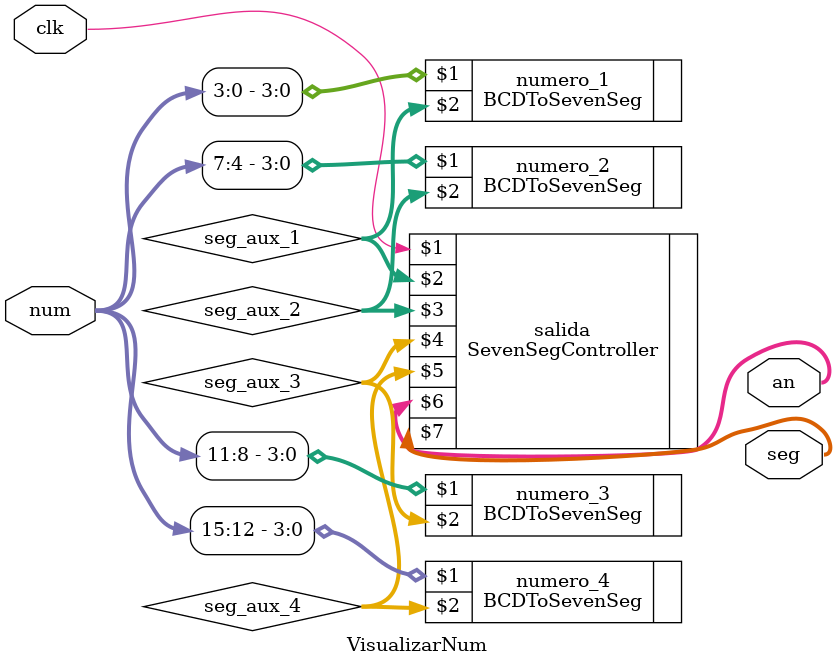
<source format=v>
`timescale 1ns / 1ps

module VisualizarNum(
    input wire clk, // CLK DIVIDIDO
    input wire [15:0] num, // Numero a desplegar en el display
    output wire [6:0] seg,
    output wire [3:0] an
    );

wire [6:0] seg_aux_1, seg_aux_2, seg_aux_3, seg_aux_4;

// Instanciamos los modulos que llevan un numero BCD a los valores corresponidentes en el display
BCDToSevenSeg numero_1 (num[3:0], seg_aux_1);
BCDToSevenSeg numero_2 (num[7:4], seg_aux_2);
BCDToSevenSeg numero_3 (num[11:8], seg_aux_3);
BCDToSevenSeg numero_4 (num[15:12], seg_aux_4);

// Instanciamos el modulo que permite controlar los segmentos y anodos.
SevenSegController salida (clk, 
                            seg_aux_1,
                            seg_aux_2,
                            seg_aux_3, 
                            seg_aux_4,
                            an, 
                            seg
                            );



endmodule
</source>
